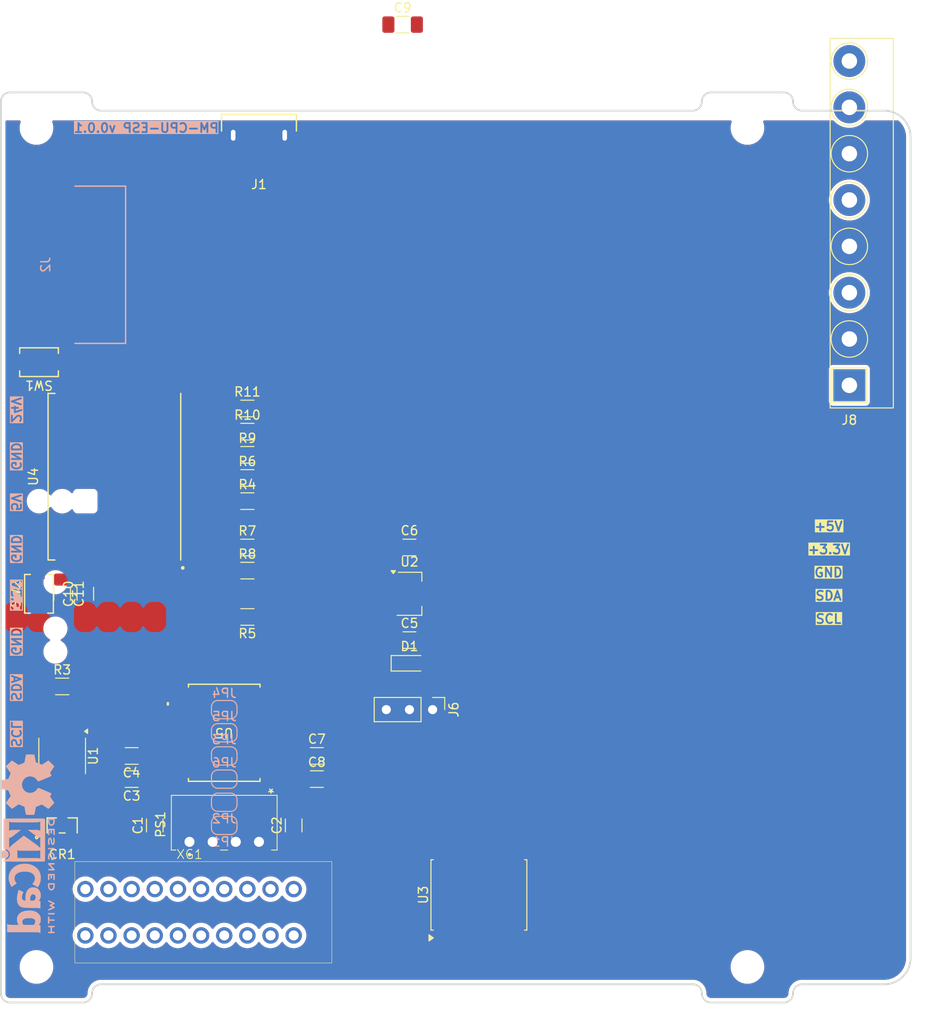
<source format=kicad_pcb>
(kicad_pcb (version 20240108) (generator "pcbnew") (generator_version "8.0")
  (title_block (title "${article} v${version}") (date "2024-07-11"))
  (layers (0 "F.Cu" signal) (31 "B.Cu" signal) (34 "B.Paste" user) (35 "F.Paste" user) (36 "B.SilkS" user "B.Silkscreen") (37 "F.SilkS" user "F.Silkscreen") (38 "B.Mask" user) (39 "F.Mask" user) (44 "Edge.Cuts" user))
  (property "article" "PM-CPU-ESP")
  (property "version" "0.0.1")
  (net 0 "")
  (net 1 "GND")
  (net 2 "+5V")
  (net 3 "+3.3V")
  (net 4 "+5V_ISO")
  (net 5 "GND_ISO")
  (net 6 "/SCL")
  (net 10 "Net-(J6-Pin_3)")
  (net 11 "+3.3V_ISO")
  (net 12 "/B")
  (net 13 "/A")
  (net 14 "Net-(J1-VBUS)")
  (net 15 "/USB_D-")
  (net 16 "/24V_IN")
  (net 17 "/SDA")
  (net 18 "/USB_D+")
  (net 20 "/UART_TX")
  (net 21 "/UART_TX_ISO")
  (net 22 "/UART_RX_ISO")
  (net 23 "/UART_RX")
  (net 24 "/UART_RTS_ISO")
  (net 25 "/UART_RTS")
  (net 29 "PE")
  (net 31 "/EN")
  (net 32 "/CS3")
  (net 33 "Net-(R5-Pad2)")
  (net 34 "/CS2")
  (net 35 "/CS1")
  (net 36 "/CS0")
  (net 37 "/SCK")
  (net 38 "/MISO")
  (net 39 "/MOSI")
  (net 40 "/INT")
  (footprint "Capacitor_SMD:C_1206_3216Metric_Pad1.33x1.80mm_HandSolder" (layer "F.Cu") (at 39.36 95.08 90)
    (property "Reference" "C10" (at 0 -1.85 90) (layer "F.SilkS"))
    (property "Value" "10uF")
    (pad "1" smd roundrect (at -1.5625 0 90) (size 1.325 1.8) (layers "F.Cu" "F.Paste" "F.Mask") (roundrect_rratio 0.188679) (net 1 "GND"))
    (pad "2" smd roundrect (at 1.5625 0 90) (size 1.325 1.8) (layers "F.Cu" "F.Paste" "F.Mask") (roundrect_rratio 0.188679) (net 3 "+3.3V"))
  )
  (footprint "kicad_inventree_lib:ESP32-C3-WROOM-02U_EXP" (layer "F.Cu") (at 42.55 82.24 90)
    (property "Reference" "U4" (at 0 -8.89 90) (layer "F.SilkS"))
    (property "Value" "ESP32-C3-WROOM-02U-N4")
    (pad "1" smd rect (at -8.75 -5.749998 90) (size 1.4986 0.889) (layers "F.Cu" "F.Paste" "F.Mask") (net 3 "+3.3V"))
    (pad "2" smd rect (at -8.75 -4.249999 90) (size 1.4986 0.889) (layers "F.Cu" "F.Paste" "F.Mask") (net 31 "/EN"))
    (pad "3" smd rect (at -8.75 -2.749999 90) (size 1.4986 0.889) (layers "F.Cu" "F.Paste" "F.Mask") (net 25 "/UART_RTS"))
    (pad "4" smd rect (at -8.75 -1.25 90) (size 1.4986 0.889) (layers "F.Cu" "F.Paste" "F.Mask") (net 6 "/SCL"))
    (pad "5" smd rect (at -8.75 0.25 90) (size 1.4986 0.889) (layers "F.Cu" "F.Paste" "F.Mask") (net 17 "/SDA"))
    (pad "6" smd rect (at -8.75 1.75 90) (size 1.4986 0.889) (layers "F.Cu" "F.Paste" "F.Mask") (net 40 "/INT"))
    (pad "7" smd rect (at -8.75 3.250002 90) (size 1.4986 0.889) (layers "F.Cu" "F.Paste" "F.Mask") (net 34 "/CS2"))
    (pad "8" smd rect (at -8.75 4.750001 90) (size 1.4986 0.889) (layers "F.Cu" "F.Paste" "F.Mask") (net 32 "/CS3"))
    (pad "9" smd rect (at -8.75 6.250001 90) (size 1.4986 0.889) (layers "F.Cu" "F.Paste" "F.Mask") (net 1 "GND"))
    (pad "10" smd rect (at 8.75 6.249998 90) (size 1.4986 0.889) (layers "F.Cu" "F.Paste" "F.Mask") (net 36 "/CS0"))
    (pad "11" smd rect (at 8.75 4.749999 90) (size 1.4986 0.889) (layers "F.Cu" "F.Paste" "F.Mask") (net 23 "/UART_RX"))
    (pad "12" smd rect (at 8.75 3.249999 90) (size 1.4986 0.889) (layers "F.Cu" "F.Paste" "F.Mask") (net 20 "/UART_TX"))
    (pad "13" smd rect (at 8.75 1.75 90) (size 1.4986 0.889) (layers "F.Cu" "F.Paste" "F.Mask") (net 15 "/USB_D-"))
    (pad "14" smd rect (at 8.75 0.25 90) (size 1.4986 0.889) (layers "F.Cu" "F.Paste" "F.Mask") (net 18 "/USB_D+"))
    (pad "15" smd rect (at 8.75 -1.25 90) (size 1.4986 0.889) (layers "F.Cu" "F.Paste" "F.Mask") (net 37 "/SCK"))
    (pad "16" smd rect (at 8.75 -2.750002 90) (size 1.4986 0.889) (layers "F.Cu" "F.Paste" "F.Mask") (net 35 "/CS1"))
    (pad "17" smd rect (at 8.75 -4.250001 90) (size 1.4986 0.889) (layers "F.Cu" "F.Paste" "F.Mask") (net 38 "/MISO"))
    (pad "18" smd rect (at 8.75 -5.750001 90) (size 1.4986 0.889) (layers "F.Cu" "F.Paste" "F.Mask") (net 39 "/MOSI"))
    (pad "EPAD" smd rect (at -0.14 -0.65 90) (size 0.7112 0.7112) (layers "F.Cu" "F.Paste" "F.Mask") (net 1 "GND"))
    (pad "EPAD" smd rect (at -0.14 0.45 90) (size 0.7112 0.7112) (layers "F.Cu" "F.Paste" "F.Mask") (net 1 "GND"))
    (pad "EPAD" smd rect (at -0.14 1.55 90) (size 0.7112 0.7112) (layers "F.Cu" "F.Paste" "F.Mask") (net 1 "GND"))
    (pad "EPAD" smd rect (at 0.96 -0.65 90) (size 0.7112 0.7112) (layers "F.Cu" "F.Paste" "F.Mask") (net 1 "GND"))
    (pad "EPAD" smd rect (at 0.96 0.45 90) (size 0.7112 0.7112) (layers "F.Cu" "F.Paste" "F.Mask") (net 1 "GND"))
    (pad "EPAD" smd rect (at 0.96 1.55 90) (size 0.7112 0.7112) (layers "F.Cu" "F.Paste" "F.Mask") (net 1 "GND"))
    (pad "EPAD" smd rect (at 2.06 -0.65 90) (size 0.7112 0.7112) (layers "F.Cu" "F.Paste" "F.Mask") (net 1 "GND"))
    (pad "EPAD" smd rect (at 2.06 0.45 90) (size 0.7112 0.7112) (layers "F.Cu" "F.Paste" "F.Mask") (net 1 "GND"))
    (pad "EPAD" smd rect (at 2.06 1.55 90) (size 0.7112 0.7112) (layers "F.Cu" "F.Paste" "F.Mask") (net 1 "GND"))
  )
  (footprint "Resistor_SMD:R_1206_3216Metric_Pad1.30x1.75mm_HandSolder" (layer "F.Cu") (at 57.14 92.54)
    (property "Reference" "R8" (at 0 -1.82 0) (layer "F.SilkS"))
    (property "Value" "3k3")
    (pad "1" smd roundrect (at -1.55 0) (size 1.3 1.75) (layers "F.Cu" "F.Paste" "F.Mask") (roundrect_rratio 0.192308) (net 3 "+3.3V"))
    (pad "2" smd roundrect (at 1.55 0) (size 1.3 1.75) (layers "F.Cu" "F.Paste" "F.Mask") (roundrect_rratio 0.192308) (net 6 "/SCL"))
  )
  (footprint "Capacitor_SMD:C_1206_3216Metric_Pad1.33x1.80mm_HandSolder" (layer "F.Cu") (at 46.98 120.48 90)
    (property "Reference" "C1" (at 0 -1.85 90) (layer "F.SilkS"))
    (property "Value" "10uF")
    (pad "1" smd roundrect (at -1.5625 0 90) (size 1.325 1.8) (layers "F.Cu" "F.Paste" "F.Mask") (roundrect_rratio 0.188679) (net 4 "+5V_ISO"))
    (pad "2" smd roundrect (at 1.5625 0 90) (size 1.325 1.8) (layers "F.Cu" "F.Paste" "F.Mask") (roundrect_rratio 0.188679) (net 5 "GND_ISO"))
  )
  (footprint "MountingHole:MountingHole_3.2mm_M3" (layer "F.Cu") (at 34 136)
    (property "Reference" "H4" (hide yes))
    (property "Value" "MountingHole" (hide yes))
    (pad "" np_thru_hole circle (at 0 0) (size 3.2 3.2) (drill 3.2) (layers "*.Cu" "*.Mask"))
  )
  (footprint "Package_SO:SOIC-16W_7.5x10.3mm_P1.27mm" (layer "F.Cu") (at 82.54 128.1 90)
    (property "Reference" "U3" (at 0 -6.1 90) (layer "F.SilkS"))
    (property "Value" "DS3231")
    (pad "1" smd roundrect (at -4.65 -4.445 90) (size 2.05 0.6) (layers "F.Cu" "F.Paste" "F.Mask"))
    (pad "2" smd roundrect (at -4.65 -3.175 90) (size 2.05 0.6) (layers "F.Cu" "F.Paste" "F.Mask") (net 2 "+5V"))
    (pad "3" smd roundrect (at -4.65 -1.905 90) (size 2.05 0.6) (layers "F.Cu" "F.Paste" "F.Mask"))
    (pad "4" smd roundrect (at -4.65 -0.635 90) (size 2.05 0.6) (layers "F.Cu" "F.Paste" "F.Mask"))
    (pad "5" smd roundrect (at -4.65 0.635 90) (size 2.05 0.6) (layers "F.Cu" "F.Paste" "F.Mask") (net 1 "GND"))
    (pad "6" smd roundrect (at -4.65 1.905 90) (size 2.05 0.6) (layers "F.Cu" "F.Paste" "F.Mask") (net 1 "GND"))
    (pad "7" smd roundrect (at -4.65 3.175 90) (size 2.05 0.6) (layers "F.Cu" "F.Paste" "F.Mask") (net 1 "GND"))
    (pad "8" smd roundrect (at -4.65 4.445 90) (size 2.05 0.6) (layers "F.Cu" "F.Paste" "F.Mask") (net 1 "GND"))
    (pad "9" smd roundrect (at 4.65 4.445 90) (size 2.05 0.6) (layers "F.Cu" "F.Paste" "F.Mask") (net 1 "GND"))
    (pad "10" smd roundrect (at 4.65 3.175 90) (size 2.05 0.6) (layers "F.Cu" "F.Paste" "F.Mask") (net 1 "GND"))
    (pad "11" smd roundrect (at 4.65 1.905 90) (size 2.05 0.6) (layers "F.Cu" "F.Paste" "F.Mask") (net 1 "GND"))
    (pad "12" smd roundrect (at 4.65 0.635 90) (size 2.05 0.6) (layers "F.Cu" "F.Paste" "F.Mask") (net 1 "GND"))
    (pad "13" smd roundrect (at 4.65 -0.635 90) (size 2.05 0.6) (layers "F.Cu" "F.Paste" "F.Mask") (net 1 "GND"))
    (pad "14" smd roundrect (at 4.65 -1.905 90) (size 2.05 0.6) (layers "F.Cu" "F.Paste" "F.Mask"))
    (pad "15" smd roundrect (at 4.65 -3.175 90) (size 2.05 0.6) (layers "F.Cu" "F.Paste" "F.Mask") (net 6 "/SCL"))
    (pad "16" smd roundrect (at 4.65 -4.445 90) (size 2.05 0.6) (layers "F.Cu" "F.Paste" "F.Mask") (net 17 "/SDA"))
  )
  (footprint "Package_TO_SOT_SMD:SOT-89-3" (layer "F.Cu") (at 74.92 95.08)
    (property "Reference" "U2" (at 0 -3.5 0) (layer "F.SilkS"))
    (property "Value" "CJA1117B-3.3")
    (pad "1" smd roundrect (at -1.95 -1.5) (size 1.3 0.9) (layers "F.Cu" "F.Paste" "F.Mask") (net 1 "GND"))
    (pad "2" smd custom (at -1.8625 0) (size 1.475 0.9) (layers "F.Cu" "F.Paste" "F.Mask") (net 3 "+3.3V") (options (clearance outline) (anchor rect)) (primitives (gr_poly (pts (xy 3.8625 0.8665) (xy 0.7375 0.8665) (xy 0.7375 -0.8665) (xy 3.8625 -0.8665)) (width 0) (fill yes))))
    (pad "3" smd roundrect (at -1.95 1.5) (size 1.3 0.9) (layers "F.Cu" "F.Paste" "F.Mask") (net 2 "+5V"))
  )
  (footprint "kicad_inventree_lib:DG141R-2.54-10P" (layer "F.Cu") (at 38.46 135.565)
    (property "Reference" "XG1" (at 12.33 -11.91 0) (layer "F.SilkS") (effects (font (thickness 0.1))))
    (property "Value" "DG141R-2.54-10P" (hide yes))
    (pad "1" thru_hole circle (at 0.9 -8.1) (size 1.8 1.8) (drill 1.1) (layers "*.Cu" "*.Mask") (net 4 "+5V_ISO"))
    (pad "1" thru_hole circle (at 0.9 -3.02) (size 1.8 1.8) (drill 1.1) (layers "*.Cu" "*.Mask") (net 4 "+5V_ISO"))
    (pad "2" thru_hole circle (at 3.44 -8.1) (size 1.8 1.8) (drill 1.1) (layers "*.Cu" "*.Mask") (net 5 "GND_ISO"))
    (pad "2" thru_hole circle (at 3.44 -3.02) (size 1.8 1.8) (drill 1.1) (layers "*.Cu" "*.Mask") (net 5 "GND_ISO"))
    (pad "3" thru_hole circle (at 5.98 -8.1) (size 1.8 1.8) (drill 1.1) (layers "*.Cu" "*.Mask") (net 13 "/A"))
    (pad "4" thru_hole circle (at 8.52 -8.1) (size 1.8 1.8) (drill 1.1) (layers "*.Cu" "*.Mask") (net 12 "/B"))
    (pad "5" thru_hole circle (at 11.06 -8.1) (size 1.8 1.8) (drill 1.1) (layers "*.Cu" "*.Mask") (net 29 "PE"))
    (pad "5" thru_hole circle (at 11.06 -3.02) (size 1.8 1.8) (drill 1.1) (layers "*.Cu" "*.Mask") (net 29 "PE"))
    (pad "6" thru_hole circle (at 13.6 -8.1) (size 1.8 1.8) (drill 1.1) (layers "*.Cu" "*.Mask") (net 4 "+5V_ISO"))
    (pad "6" thru_hole circle (at 13.6 -3.02) (size 1.8 1.8) (drill 1.1) (layers "*.Cu" "*.Mask") (net 4 "+5V_ISO"))
    (pad "7" thru_hole circle (at 16.14 -8.1) (size 1.8 1.8) (drill 1.1) (layers "*.Cu" "*.Mask") (net 5 "GND_ISO"))
    (pad "7" thru_hole circle (at 16.14 -3.02) (size 1.8 1.8) (drill 1.1) (layers "*.Cu" "*.Mask") (net 5 "GND_ISO"))
    (pad "8" thru_hole circle (at 18.68 -8.1) (size 1.8 1.8) (drill 1.1) (layers "*.Cu" "*.Mask") (net 13 "/A"))
    (pad "9" thru_hole circle (at 21.22 -8.1) (size 1.8 1.8) (drill 1.1) (layers "*.Cu" "*.Mask") (net 12 "/B"))
    (pad "10" thru_hole circle (at 23.76 -8.1) (size 1.8 1.8) (drill 1.1) (layers "*.Cu" "*.Mask") (net 29 "PE"))
    (pad "10" thru_hole circle (at 23.76 -3.02) (size 1.8 1.8) (drill 1.1) (layers "*.Cu" "*.Mask") (net 29 "PE"))
    (pad "13" thru_hole circle (at 5.98 -3.02) (size 1.8 1.8) (drill 1.1) (layers "*.Cu" "*.Mask"))
    (pad "14" thru_hole circle (at 8.52 -3.02) (size 1.8 1.8) (drill 1.1) (layers "*.Cu" "*.Mask"))
    (pad "18" thru_hole circle (at 18.68 -3.02) (size 1.8 1.8) (drill 1.1) (layers "*.Cu" "*.Mask"))
    (pad "19" thru_hole circle (at 21.22 -3.02) (size 1.8 1.8) (drill 1.1) (layers "*.Cu" "*.Mask"))
  )
  (footprint "kicad_inventree_lib:B0505S1WR3" (layer "F.Cu") (at 50.79 122.28)
    (property "Reference" "PS1" (at -3.175 -1.905 90) (layer "F.SilkS"))
    (property "Value" "B0505S-1WR3" (hide yes))
    (pad "1" thru_hole circle (at 0 0) (size 1.65 1.65) (drill 1.1) (layers "*.Cu" "*.Mask") (net 4 "+5V_ISO"))
    (pad "2" thru_hole circle (at 2.54 0) (size 1.65 1.65) (drill 1.1) (layers "*.Cu" "*.Mask") (net 5 "GND_ISO"))
    (pad "3" thru_hole circle (at 5.08 0) (size 1.65 1.65) (drill 1.1) (layers "*.Cu" "*.Mask") (net 1 "GND"))
    (pad "4" thru_hole circle (at 7.62 0) (size 1.65 1.65) (drill 1.1) (layers "*.Cu" "*.Mask") (net 10 "Net-(J6-Pin_3)"))
  )
  (footprint "Resistor_SMD:R_1206_3216Metric_Pad1.30x1.75mm_HandSolder" (layer "F.Cu") (at 57.14 82.38)
    (property "Reference" "R6" (at 0 -1.82 0) (layer "F.SilkS"))
    (property "Value" "10k")
    (pad "1" smd roundrect (at -1.55 0) (size 1.3 1.75) (layers "F.Cu" "F.Paste" "F.Mask") (roundrect_rratio 0.192308) (net 3 "+3.3V"))
    (pad "2" smd roundrect (at 1.55 0) (size 1.3 1.75) (layers "F.Cu" "F.Paste" "F.Mask") (roundrect_rratio 0.192308) (net 34 "/CS2"))
  )
  (footprint "MountingHole:MountingHole_3.2mm_M3" (layer "F.Cu") (at 112 136)
    (property "Reference" "H3" (hide yes))
    (property "Value" "MountingHole" (hide yes))
    (pad "" np_thru_hole circle (at 0 0) (size 3.2 3.2) (drill 3.2) (layers "*.Cu" "*.Mask"))
  )
  (footprint "Capacitor_SMD:C_1206_3216Metric_Pad1.33x1.80mm_HandSolder" (layer "F.Cu") (at 64.76 115.4)
    (property "Reference" "C8" (at 0 -1.85 360) (layer "F.SilkS"))
    (property "Value" "100nF")
    (pad "1" smd roundrect (at -1.5625 0) (size 1.325 1.8) (layers "F.Cu" "F.Paste" "F.Mask") (roundrect_rratio 0.188679) (net 3 "+3.3V"))
    (pad "2" smd roundrect (at 1.5625 0) (size 1.325 1.8) (layers "F.Cu" "F.Paste" "F.Mask") (roundrect_rratio 0.188679) (net 1 "GND"))
  )
  (footprint "Resistor_SMD:R_1206_3216Metric_Pad1.30x1.75mm_HandSolder" (layer "F.Cu") (at 57.14 79.84)
    (property "Reference" "R9" (at 0 -1.82 0) (layer "F.SilkS"))
    (property "Value" "10k")
    (pad "1" smd roundrect (at -1.55 0) (size 1.3 1.75) (layers "F.Cu" "F.Paste" "F.Mask") (roundrect_rratio 0.192308) (net 3 "+3.3V"))
    (pad "2" smd roundrect (at 1.55 0) (size 1.3 1.75) (layers "F.Cu" "F.Paste" "F.Mask") (roundrect_rratio 0.192308) (net 31 "/EN"))
  )
  (footprint "kicad_inventree_lib:SOT23-3_LTF-M" (layer "F.Cu") (at 36.82 120.48)
    (property "Reference" "CR1" (at 0 3.175 0) (layer "F.SilkS"))
    (property "Value" "SM712")
    (pad "1" smd rect (at -0.950001 1.1049) (size 0.6096 1.5494) (layers "F.Cu" "F.Paste" "F.Mask") (net 13 "/A"))
    (pad "2" smd rect (at 0.950001 1.1049) (size 0.6096 1.5494) (layers "F.Cu" "F.Paste" "F.Mask") (net 12 "/B"))
    (pad "3" smd rect (at 0 -1.1049) (size 0.6096 1.5494) (layers "F.Cu" "F.Paste" "F.Mask") (net 5 "GND_ISO"))
  )
  (footprint "kicad_inventree_lib:SOIC16-WBW_CLG-M" (layer "F.Cu") (at 54.6 110.32 180)
    (property "Reference" "U5" (at 0 0 180) (layer "F.SilkS"))
    (property "Value" "CA-IS3641HW")
    (fp_text user "*" (at -5.1308 -6.0706 180) (layer "F.SilkS"))
    (pad "1" smd rect (at -4.8768 -4.445 180) (size 1.8542 0.4826) (layers "F.Cu" "F.Paste" "F.Mask") (net 3 "+3.3V"))
    (pad "2" smd rect (at -4.8768 -3.175 180) (size 1.8542 0.4826) (layers "F.Cu" "F.Paste" "F.Mask") (net 1 "GND"))
    (pad "3" smd rect (at -4.8768 -1.905 180) (size 1.8542 0.4826) (layers "F.Cu" "F.Paste" "F.Mask") (net 20 "/UART_TX"))
    (pad "4" smd rect (at -4.8768 -0.635 180) (size 1.8542 0.4826) (layers "F.Cu" "F.Paste" "F.Mask") (net 25 "/UART_RTS"))
    (pad "5" smd rect (at -4.8768 0.635 180) (size 1.8542 0.4826) (layers "F.Cu" "F.Paste" "F.Mask"))
    (pad "6" smd rect (at -4.8768 1.905 180) (size 1.8542 0.4826) (layers "F.Cu" "F.Paste" "F.Mask") (net 23 "/UART_RX"))
    (pad "7" smd rect (at -4.8768 3.175 180) (size 1.8542 0.4826) (layers "F.Cu" "F.Paste" "F.Mask"))
    (pad "8" smd rect (at -4.8768 4.445 180) (size 1.8542 0.4826) (layers "F.Cu" "F.Paste" "F.Mask") (net 1 "GND"))
    (pad "9" smd rect (at 4.8768 4.445 180) (size 1.8542 0.4826) (layers "F.Cu" "F.Paste" "F.Mask") (net 5 "GND_ISO"))
    (pad "10" smd rect (at 4.8768 3.175 180) (size 1.8542 0.4826) (layers "F.Cu" "F.Paste" "F.Mask") (net 5 "GND_ISO"))
    (pad "11" smd rect (at 4.8768 1.905 180) (size 1.8542 0.4826) (layers "F.Cu" "F.Paste" "F.Mask") (net 22 "/UART_RX_ISO"))
    (pad "12" smd rect (at 4.8768 0.635 180) (size 1.8542 0.4826) (layers "F.Cu" "F.Paste" "F.Mask"))
    (pad "13" smd rect (at 4.8768 -0.635 180) (size 1.8542 0.4826) (layers "F.Cu" "F.Paste" "F.Mask") (net 24 "/UART_RTS_ISO"))
    (pad "14" smd rect (at 4.8768 -1.905 180) (size 1.8542 0.4826) (layers "F.Cu" "F.Paste" "F.Mask") (net 21 "/UART_TX_ISO"))
    (pad "15" smd rect (at 4.8768 -3.175 180) (size 1.8542 0.4826) (layers "F.Cu" "F.Paste" "F.Mask") (net 5 "GND_ISO"))
    (pad "16" smd rect (at 4.8768 -4.445 180) (size 1.8542 0.4826) (layers "F.Cu" "F.Paste" "F.Mask") (net 11 "+3.3V_ISO"))
  )
  (footprint "MountingHole:MountingHole_3.2mm_M3" (layer "F.Cu") (at 34 44)
    (property "Reference" "H1" (hide yes))
    (property "Value" "MountingHole" (hide yes))
    (pad "" np_thru_hole circle (at 0 0) (size 3.2 3.2) (drill 3.2) (layers "*.Cu" "*.Mask"))
  )
  (footprint "Diode_SMD:D_SOD-323_HandSoldering" (layer "F.Cu") (at 74.92 102.7)
    (property "Reference" "D1" (at 0 -1.85 0) (layer "F.SilkS"))
    (property "Value" "5A 9.8V 6V")
    (pad "1" smd roundrect (at -1.25 0) (size 1 1) (layers "F.Cu" "F.Paste" "F.Mask") (net 2 "+5V"))
    (pad "2" smd roundrect (at 1.25 0) (size 1 1) (layers "F.Cu" "F.Paste" "F.Mask") (net 1 "GND"))
  )
  (footprint "Resistor_SMD:R_1206_3216Metric_Pad1.30x1.75mm_HandSolder" (layer "F.Cu") (at 57.14 90)
    (property "Reference" "R7" (at 0 -1.82 0) (layer "F.SilkS"))
    (property "Value" "3k3")
    (pad "1" smd roundrect (at -1.55 0) (size 1.3 1.75) (layers "F.Cu" "F.Paste" "F.Mask") (roundrect_rratio 0.192308) (net 3 "+3.3V"))
    (pad "2" smd roundrect (at 1.55 0) (size 1.3 1.75) (layers "F.Cu" "F.Paste" "F.Mask") (roundrect_rratio 0.192308) (net 17 "/SDA"))
  )
  (footprint "Package_SO:SOIC-8_3.9x4.9mm_P1.27mm" (layer "F.Cu") (at 36.82 112.86 -90)
    (property "Reference" "U1" (at 0 -3.4 90) (layer "F.SilkS"))
    (property "Value" "MAX3485")
    (pad "1" smd roundrect (at -2.475 -1.905 270) (size 1.95 0.6) (layers "F.Cu" "F.Paste" "F.Mask") (net 22 "/UART_RX_ISO"))
    (pad "2" smd roundrect (at -2.475 -0.635 270) (size 1.95 0.6) (layers "F.Cu" "F.Paste" "F.Mask") (net 24 "/UART_RTS_ISO"))
    (pad "3" smd roundrect (at -2.475 0.635 270) (size 1.95 0.6) (layers "F.Cu" "F.Paste" "F.Mask") (net 24 "/UART_RTS_ISO"))
    (pad "4" smd roundrect (at -2.475 1.905 270) (size 1.95 0.6) (layers "F.Cu" "F.Paste" "F.Mask") (net 21 "/UART_TX_ISO"))
    (pad "5" smd roundrect (at 2.475 1.905 270) (size 1.95 0.6) (layers "F.Cu" "F.Paste" "F.Mask") (net 5 "GND_ISO"))
    (pad "6" smd roundrect (at 2.475 0.635 270) (size 1.95 0.6) (layers "F.Cu" "F.Paste" "F.Mask") (net 13 "/A"))
    (pad "7" smd roundrect (at 2.475 -0.635 270) (size 1.95 0.6) (layers "F.Cu" "F.Paste" "F.Mask") (net 12 "/B"))
    (pad "8" smd roundrect (at 2.475 -1.905 270) (size 1.95 0.6) (layers "F.Cu" "F.Paste" "F.Mask") (net 11 "+3.3V_ISO"))
  )
  (footprint "Capacitor_SMD:C_1206_3216Metric_Pad1.33x1.80mm_HandSolder" (layer "F.Cu") (at 36.82 95.08 -90)
    (property "Reference" "C11" (at 0 -1.85 90) (layer "F.SilkS"))
    (property "Value" "1uF")
    (pad "1" smd roundrect (at -1.5625 0 270) (size 1.325 1.8) (layers "F.Cu" "F.Paste" "F.Mask") (roundrect_rratio 0.188679) (net 3 "+3.3V"))
    (pad "2" smd roundrect (at 1.5625 0 270) (size 1.325 1.8) (layers "F.Cu" "F.Paste" "F.Mask") (roundrect_rratio 0.188679) (net 1 "GND"))
  )
  (footprint "Capacitor_SMD:C_1206_3216Metric_Pad1.33x1.80mm_HandSolder" (layer "F.Cu") (at 44.44 115.4 180)
    (property "Reference" "C3" (at 0 -1.85 360) (layer "F.SilkS"))
    (property "Value" "10uF")
    (pad "1" smd roundrect (at -1.5625 0 180) (size 1.325 1.8) (layers "F.Cu" "F.Paste" "F.Mask") (roundrect_rratio 0.188679) (net 11 "+3.3V_ISO"))
    (pad "2" smd roundrect (at 1.5625 0 180) (size 1.325 1.8) (layers "F.Cu" "F.Paste" "F.Mask") (roundrect_rratio 0.188679) (net 5 "GND_ISO"))
  )
  (footprint "Capacitor_SMD:C_1206_3216Metric_Pad1.33x1.80mm_HandSolder" (layer "F.Cu") (at 64.76 112.86)
    (property "Reference" "C7" (at 0 -1.85 360) (layer "F.SilkS"))
    (property "Value" "10uF")
    (pad "1" smd roundrect (at -1.5625 0) (size 1.325 1.8) (layers "F.Cu" "F.Paste" "F.Mask") (roundrect_rratio 0.188679) (net 3 "+3.3V"))
    (pad "2" smd roundrect (at 1.5625 0) (size 1.325 1.8) (layers "F.Cu" "F.Paste" "F.Mask") (roundrect_rratio 0.188679) (net 1 "GND"))
  )
  (footprint "Resistor_SMD:R_1206_3216Metric_Pad1.30x1.75mm_HandSolder" (layer "F.Cu") (at 36.82 105.24)
    (property "Reference" "R3" (at 0 -1.82 360) (layer "F.SilkS"))
    (property "Value" "10k")
    (pad "1" smd roundrect (at -1.55 0) (size 1.3 1.75) (layers "F.Cu" "F.Paste" "F.Mask") (roundrect_rratio 0.192308) (net 24 "/UART_RTS_ISO"))
    (pad "2" smd roundrect (at 1.55 0) (size 1.3 1.75) (layers "F.Cu" "F.Paste" "F.Mask") (roundrect_rratio 0.192308) (net 5 "GND_ISO"))
  )
  (footprint "Resistor_SMD:R_1206_3216Metric_Pad1.30x1.75mm_HandSolder" (layer "F.Cu") (at 57.14 84.92)
    (property "Reference" "R4" (at 0 -1.82 0) (layer "F.SilkS"))
    (property "Value" "10k")
    (pad "1" smd roundrect (at -1.55 0) (size 1.3 1.75) (layers "F.Cu" "F.Paste" "F.Mask") (roundrect_rratio 0.192308) (net 3 "+3.3V"))
    (pad "2" smd roundrect (at 1.55 0) (size 1.3 1.75) (layers "F.Cu" "F.Paste" "F.Mask") (roundrect_rratio 0.192308) (net 32 "/CS3"))
  )
  (footprint "Capacitor_SMD:C_1206_3216Metric_Pad1.33x1.80mm_HandSolder" (layer "F.Cu") (at 74.1718 32.664702)
    (property "Reference" "C9" (at 0 -1.85 0) (layer "F.SilkS"))
    (property "Value" "1uF")
    (pad "1" smd roundrect (at -1.5625 0) (size 1.325 1.8) (layers "F.Cu" "F.Paste" "F.Mask") (roundrect_rratio 0.188679) (net 31 "/EN"))
    (pad "2" smd roundrect (at 1.5625 0) (size 1.325 1.8) (layers "F.Cu" "F.Paste" "F.Mask") (roundrect_rratio 0.188679) (net 1 "GND"))
  )
  (footprint "Connector_PinHeader_2.54mm:PinHeader_1x03_P2.54mm_Vertical" (layer "F.Cu") (at 77.46 107.78 -90)
    (property "Reference" "J6" (at 0 -2.33 90) (layer "F.SilkS"))
    (property "Value" "PinHeader_01x03_P2.54_THT_straight")
    (pad "1" thru_hole rect (at 0 0 270) (size 1.7 1.7) (drill 1) (layers "*.Cu" "*.Mask") (net 14 "Net-(J1-VBUS)"))
    (pad "2" thru_hole oval (at 0 2.54 270) (size 1.7 1.7) (drill 1) (layers "*.Cu" "*.Mask") (net 2 "+5V"))
    (pad "3" thru_hole oval (at 0 5.08 270) (size 1.7 1.7) (drill 1) (layers "*.Cu" "*.Mask") (net 10 "Net-(J6-Pin_3)"))
  )
  (footprint "kicad_inventree_lib:CONN5_H83-S1S_XKB" (layer "F.Cu") (at 59.709972 47.65185 180)
    (property "Reference" "J1" (at 1.299972 -2.54 360) (layer "F.SilkS"))
    (property "Value" "U254-051T-4BH83-S1S")
    (pad "1" smd rect (at 0 0.178892 180) (size 0.4064 1.35) (layers "F.Cu" "F.Paste" "F.Mask") (net 14 "Net-(J1-VBUS)"))
    (pad "2" smd rect (at 0.649986 0.178892 180) (size 0.4064 1.35) (layers "F.Cu" "F.Paste" "F.Mask") (net 15 "/USB_D-"))
    (pad "3" smd rect (at 1.299972 0.178892 180) (size 0.4064 1.35) (layers "F.Cu" "F.Paste" "F.Mask") (net 18 "/USB_D+"))
    (pad "4" smd rect (at 1.949958 0.178892 180) (size 0.4064 1.35) (layers "F.Cu" "F.Paste" "F.Mask"))
    (pad "5" smd rect (at -1.800027 0.304 180) (size 2.1082 1.6002) (layers "F.Cu" "F.Paste" "F.Mask") (net 1 "GND"))
    (pad "5" thru_hole oval (at -1.525029 2.854008 270) (size 1.7 1) (drill oval 1.2 0.5) (layers "*.Cu" "*.Mask") (net 1 "GND"))
    (pad "5" smd rect (at 2.599944 0.178892 180) (size 0.4064 1.35) (layers "F.Cu" "F.Paste" "F.Mask") (net 1 "GND"))
    (pad "5" thru_hole oval (at 4.124973 2.854008 270) (size 1.7 1) (drill oval 1.2 0.5) (layers "*.Cu" "*.Mask") (net 1 "GND"))
    (pad "5" smd rect (at 4.399971 0.304 180) (size 2.1082 1.6002) (layers "F.Cu" "F.Paste" "F.Mask") (net 1 "GND"))
  )
  (footprint "Capacitor_SMD:C_1206_3216Metric_Pad1.33x1.80mm_HandSolder" (layer "F.Cu") (at 62.22 120.48 90)
    (property "Reference" "C2" (at 0 -1.85 90) (layer "F.SilkS"))
    (property "Value" "10uF")
    (pad "1" smd roundrect (at -1.5625 0 90) (size 1.325 1.8) (layers "F.Cu" "F.Paste" "F.Mask") (roundrect_rratio 0.188679) (net 10 "Net-(J6-Pin_3)"))
    (pad "2" smd roundrect (at 1.5625 0 90) (size 1.325 1.8) (layers "F.Cu" "F.Paste" "F.Mask") (roundrect_rratio 0.188679) (net 1 "GND"))
  )
  (footprint "Resistor_SMD:R_1206_3216Metric_Pad1.30x1.75mm_HandSolder" (layer "F.Cu") (at 57.14 97.62 180)
    (property "Reference" "R5" (at 0 -1.82 360) (layer "F.SilkS"))
    (property "Value" "330R")
    (pad "1" smd roundrect (at -1.55 0 180) (size 1.3 1.75) (layers "F.Cu" "F.Paste" "F.Mask") (roundrect_rratio 0.192308) (net 32 "/CS3"))
    (pad "2" smd roundrect (at 1.55 0 180) (size 1.3 1.75) (layers "F.Cu" "F.Paste" "F.Mask") (roundrect_rratio 0.192308) (net 33 "Net-(R5-Pad2)"))
  )
  (footprint "Capacitor_SMD:C_1206_3216Metric_Pad1.33x1.80mm_HandSolder" (layer "F.Cu") (at 44.44 112.86 180)
    (property "Reference" "C4" (at 0 -1.85 360) (layer "F.SilkS"))
    (property "Value" "100nF")
    (pad "1" smd roundrect (at -1.5625 0 180) (size 1.325 1.8) (layers "F.Cu" "F.Paste" "F.Mask") (roundrect_rratio 0.188679) (net 11 "+3.3V_ISO"))
    (pad "2" smd roundrect (at 1.5625 0 180) (size 1.325 1.8) (layers "F.Cu" "F.Paste" "F.Mask") (roundrect_rratio 0.188679) (net 5 "GND_ISO"))
  )
  (footprint "MountingHole:MountingHole_3.2mm_M3" (layer "F.Cu") (at 112 44)
    (property "Reference" "H2" (hide yes))
    (property "Value" "MountingHole" (hide yes))
    (pad "" np_thru_hole circle (at 0 0) (size 3.2 3.2) (drill 3.2) (layers "*.Cu" "*.Mask"))
  )
  (footprint "Resistor_SMD:R_1206_3216Metric_Pad1.30x1.75mm_HandSolder" (layer "F.Cu") (at 57.14 74.76)
    (property "Reference" "R11" (at 0 -1.82 0) (layer "F.SilkS"))
    (property "Value" "10k")
    (pad "1" smd roundrect (at -1.55 0) (size 1.3 1.75) (layers "F.Cu" "F.Paste" "F.Mask") (roundrect_rratio 0.192308) (net 3 "+3.3V"))
    (pad "2" smd roundrect (at 1.55 0) (size 1.3 1.75) (layers "F.Cu" "F.Paste" "F.Mask") (roundrect_rratio 0.192308) (net 36 "/CS0"))
  )
  (footprint "Resistor_SMD:R_1206_3216Metric_Pad1.30x1.75mm_HandSolder" (layer "F.Cu") (at 57.14 77.3)
    (property "Reference" "R10" (at 0 -1.82 0) (layer "F.SilkS"))
    (property "Value" "10k")
    (pad "1" smd roundrect (at -1.55 0) (size 1.3 1.75) (layers "F.Cu" "F.Paste" "F.Mask") (roundrect_rratio 0.192308) (net 3 "+3.3V"))
    (pad "2" smd roundrect (at 1.55 0) (size 1.3 1.75) (layers "F.Cu" "F.Paste" "F.Mask") (roundrect_rratio 0.192308) (net 35 "/CS1"))
  )
  (footprint "kicad_inventree_lib:SW_TS-1088_XNP-M" (layer "F.Cu") (at 34.28 69.68 180)
    (property "Reference" "SW1" (at 0 -2.54 180) (layer "F.SilkS"))
    (property "Value" "Button")
    (pad "1" smd rect (at -2.286 0 180) (size 1.3462 1.2446) (layers "F.Cu" "F.Paste" "F.Mask") (net 1 "GND"))
    (pad "2" smd rect (at 2.286 0 180) (size 1.3462 1.2446) (layers "F.Cu" "F.Paste" "F.Mask") (net 33 "Net-(R5-Pad2)"))
  )
  (footprint "Capacitor_SMD:C_1206_3216Metric_Pad1.33x1.80mm_HandSolder" (layer "F.Cu") (at 74.92 90)
    (property "Reference" "C6" (at 0 -1.85 0) (layer "F.SilkS"))
    (property "Value" "22uF")
    (pad "1" smd roundrect (at -1.5625 0) (size 1.325 1.8) (layers "F.Cu" "F.Paste" "F.Mask") (roundrect_rratio 0.188679) (net 3 "+3.3V"))
    (pad "2" smd roundrect (at 1.5625 0) (size 1.325 1.8) (layers "F.Cu" "F.Paste" "F.Mask") (roundrect_rratio 0.188679) (net 1 "GND"))
  )
  (footprint "kicad_inventree_lib:SW_TS-1088_XNP-M" (layer "F.Cu") (at 34.28 95.08 90)
    (property "Reference" "SW2" (at 0 -2.54 90) (layer "F.SilkS"))
    (property "Value" "Button")
    (pad "1" smd rect (at -2.286 0 90) (size 1.3462 1.2446) (layers "F.Cu" "F.Paste" "F.Mask") (net 1 "GND"))
    (pad "2" smd rect (at 2.286 0 90) (size 1.3462 1.2446) (layers "F.Cu" "F.Paste" "F.Mask") (net 31 "/EN"))
  )
  (footprint "Capacitor_SMD:C_1206_3216Metric_Pad1.33x1.80mm_HandSolder" (layer "F.Cu") (at 74.92 100.16)
    (property "Reference" "C5" (at 0 -1.85 360) (layer "F.SilkS"))
    (property "Value" "10uF")
    (pad "1" smd roundrect (at -1.5625 0) (size 1.325 1.8) (layers "F.Cu" "F.Paste" "F.Mask") (roundrect_rratio 0.188679) (net 2 "+5V"))
    (pad "2" smd roundrect (at 1.5625 0) (size 1.325 1.8) (layers "F.Cu" "F.Paste" "F.Mask") (roundrect_rratio 0.188679) (net 1 "GND"))
  )
  (footprint "kicad_inventree_lib:Degson_2EDGR-5.08-08P" (layer "F.Cu") (at 123.18 72.22 90)
    (property "Reference" "J8" (at -3.81 0 360) (layer "F.SilkS"))
    (property "Value" "2EDGR-5.08-08P")
    (pad "1" thru_hole rect (at 0 0 90) (size 3.5 3.5) (drill 1.7) (layers "*.Cu" "*.Mask") (net 16 "/24V_IN"))
    (pad "2" thru_hole circle (at 5.08 0 90) (size 3.5 3.5) (drill 1.7) (layers "*.Cu" "*.Mask") (net 1 "GND"))
    (pad "3" thru_hole circle (at 10.16 0 90) (size 3.5 3.5) (drill 1.7) (layers "*.Cu" "*.Mask") (net 2 "+5V"))
    (pad "4" thru_hole circle (at 15.24 0 90) (size 3.5 3.5) (drill 1.7) (layers "*.Cu" "*.Mask") (net 1 "GND"))
    (pad "5" thru_hole circle (at 20.32 0 90) (size 3.5 3.5) (drill 1.7) (layers "*.Cu" "*.Mask") (net 3 "+3.3V"))
    (pad "6" thru_hole circle (at 25.4 0 90) (size 3.5 3.5) (drill 1.7) (layers "*.Cu" "*.Mask") (net 1 "GND"))
    (pad "7" thru_hole circle (at 30.48 0 90) (size 3.5 3.5) (drill 1.7) (layers "*.Cu" "*.Mask") (net 17 "/SDA"))
    (pad "8" thru_hole circle (at 35.56 0 90) (size 3.5 3.5) (drill 1.7) (layers "*.Cu" "*.Mask") (net 6 "/SCL"))
  )
  (footprint "Symbol:OSHW-Symbol_6.7x6mm_SilkScreen" (layer "B.Cu") (at 33 116 -90)
    (property "Reference" "oshw_logo" (hide yes))
    (property "Value" "OSHW-Symbol_6.7x6mm_SilkScreen" (hide yes))
  )
  (footprint "Jumper:SolderJumper-2_P1.3mm_Open_RoundedPad1.0x1.5mm" (layer "B.Cu") (at 54.6 107.78 180)
    (property "Reference" "JP4" (at 0 1.8 360) (layer "B.SilkS") (effects (justify mirror)))
    (property "Value" "SolderJumper_2_Open")
    (pad "1" smd custom (at -0.65 0 180) (size 1 0.5) (layers "B.Cu" "B.Mask") (net 23 "/UART_RX") (options (clearance outline) (anchor rect)) (primitives (gr_circle (center 0 -0.25) (end 0.5 -0.25) (width 0) (fill yes)) (gr_circle (center 0 0.25) (end 0.5 0.25) (width 0) (fill yes)) (gr_poly (pts (xy 0.5 -0.75) (xy 0 -0.75) (xy 0 0.75) (xy 0.5 0.75)) (width 0) (fill yes))))
    (pad "2" smd custom (at 0.65 0 180) (size 1 0.5) (layers "B.Cu" "B.Mask") (net 22 "/UART_RX_ISO") (options (clearance outline) (anchor rect)) (primitives (gr_circle (center 0 -0.25) (end 0.5 -0.25) (width 0) (fill yes)) (gr_circle (center 0 0.25) (end 0.5 0.25) (width 0) (fill yes)) (gr_poly (pts (xy 0 -0.75) (xy -0.5 -0.75) (xy -0.5 0.75) (xy 0 0.75)) (width 0) (fill yes))))
  )
  (footprint "Jumper:SolderJumper-2_P1.3mm_Open_RoundedPad1.0x1.5mm" (layer "B.Cu") (at 54.6 110.32 180)
    (property "Reference" "JP5" (at 0 1.8 360) (layer "B.SilkS") (effects (justify mirror)))
    (property "Value" "SolderJumper_2_Open")
    (pad "1" smd custom (at -0.65 0 180) (size 1 0.5) (layers "B.Cu" "B.Mask") (net 25 "/UART_RTS") (options (clearance outline) (anchor rect)) (primitives (gr_circle (center 0 -0.25) (end 0.5 -0.25) (width 0) (fill yes)) (gr_circle (center 0 0.25) (end 0.5 0.25) (width 0) (fill yes)) (gr_poly (pts (xy 0.5 -0.75) (xy 0 -0.75) (xy 0 0.75) (xy 0.5 0.75)) (width 0) (fill yes))))
    (pad "2" smd custom (at 0.65 0 180) (size 1 0.5) (layers "B.Cu" "B.Mask") (net 24 "/UART_RTS_ISO") (options (clearance outline) (anchor rect)) (primitives (gr_circle (center 0 -0.25) (end 0.5 -0.25) (width 0) (fill yes)) (gr_circle (center 0 0.25) (end 0.5 0.25) (width 0) (fill yes)) (gr_poly (pts (xy 0 -0.75) (xy -0.5 -0.75) (xy -0.5 0.75) (xy 0 0.75)) (width 0) (fill yes))))
  )
  (footprint "Jumper:SolderJumper-2_P1.3mm_Open_RoundedPad1.0x1.5mm" (layer "B.Cu") (at 54.6 117.94)
    (property "Reference" "JP2" (at 0 1.8 360) (layer "B.SilkS") (effects (justify mirror)))
    (property "Value" "SolderJumper_2_Open")
    (pad "1" smd custom (at -0.65 0) (size 1 0.5) (layers "B.Cu" "B.Mask") (net 5 "GND_ISO") (options (clearance outline) (anchor rect)) (primitives (gr_circle (center 0 -0.25) (end 0.5 -0.25) (width 0) (fill yes)) (gr_circle (center 0 0.25) (end 0.5 0.25) (width 0) (fill yes)) (gr_poly (pts (xy 0.5 -0.75) (xy 0 -0.75) (xy 0 0.75) (xy 0.5 0.75)) (width 0) (fill yes))))
    (pad "2" smd custom (at 0.65 0) (size 1 0.5) (layers "B.Cu" "B.Mask") (net 1 "GND") (options (clearance outline) (anchor rect)) (primitives (gr_circle (center 0 -0.25) (end 0.5 -0.25) (width 0) (fill yes)) (gr_circle (center 0 0.25) (end 0.5 0.25) (width 0) (fill yes)) (gr_poly (pts (xy 0 -0.75) (xy -0.5 -0.75) (xy -0.5 0.75) (xy 0 0.75)) (width 0) (fill yes))))
  )
  (footprint "Jumper:SolderJumper-2_P1.3mm_Open_RoundedPad1.0x1.5mm" (layer "B.Cu") (at 54.6 120.48)
    (property "Reference" "JP1" (at 0 1.8 360) (layer "B.SilkS") (effects (justify mirror)))
    (property "Value" "SolderJumper_2_Open")
    (pad "1" smd custom (at -0.65 0) (size 1 0.5) (layers "B.Cu" "B.Mask") (net 4 "+5V_ISO") (options (clearance outline) (anchor rect)) (primitives (gr_circle (center 0 -0.25) (end 0.5 -0.25) (width 0) (fill yes)) (gr_circle (center 0 0.25) (end 0.5 0.25) (width 0) (fill yes)) (gr_poly (pts (xy 0.5 -0.75) (xy 0 -0.75) (xy 0 0.75) (xy 0.5 0.75)) (width 0) (fill yes))))
    (pad "2" smd custom (at 0.65 0) (size 1 0.5) (layers "B.Cu" "B.Mask") (net 10 "Net-(J6-Pin_3)") (options (clearance outline) (anchor rect)) (primitives (gr_circle (center 0 -0.25) (end 0.5 -0.25) (width 0) (fill yes)) (gr_circle (center 0 0.25) (end 0.5 0.25) (width 0) (fill yes)) (gr_poly (pts (xy 0 -0.75) (xy -0.5 -0.75) (xy -0.5 0.75) (xy 0 0.75)) (width 0) (fill yes))))
  )
  (footprint "Jumper:SolderJumper-2_P1.3mm_Open_RoundedPad1.0x1.5mm" (layer "B.Cu") (at 54.6 112.86 180)
    (property "Reference" "JP3" (at 0 1.8 360) (layer "B.SilkS") (effects (justify mirror)))
    (property "Value" "SolderJumper_2_Open")
    (pad "1" smd custom (at -0.65 0 180) (size 1 0.5) (layers "B.Cu" "B.Mask") (net 20 "/UART_TX") (options (clearance outline) (anchor rect)) (primitives (gr_circle (center 0 -0.25) (end 0.5 -0.25) (width 0) (fill yes)) (gr_circle (center 0 0.25) (end 0.5 0.25) (width 0) (fill yes)) (gr_poly (pts (xy 0.5 -0.75) (xy 0 -0.75) (xy 0 0.75) (xy 0.5 0.75)) (width 0) (fill yes))))
    (pad "2" smd custom (at 0.65 0 180) (size 1 0.5) (layers "B.Cu" "B.Mask") (net 21 "/UART_TX_ISO") (options (clearance outline) (anchor rect)) (primitives (gr_circle (center 0 -0.25) (end 0.5 -0.25) (width 0) (fill yes)) (gr_circle (center 0 0.25) (end 0.5 0.25) (width 0) (fill yes)) (gr_poly (pts (xy 0 -0.75) (xy -0.5 -0.75) (xy -0.5 0.75) (xy 0 0.75)) (width 0) (fill yes))))
  )
  (footprint "kicad_inventree_lib:CONN10_AFA07-S10_JUS" (layer "B.Cu") (at 41 59 -90)
    (property "Reference" "J2" (at 0 6 90) (layer "B.SilkS") (effects (justify mirror)))
    (property "Value" "AFA07-S10FCC-00")
    (pad "1" smd rect (at -4.499991 3.556 270) (size 0.635 1.8034) (layers "B.Cu" "B.Paste" "B.Mask") (net 2 "+5V"))
    (pad "2" smd rect (at -3.499993 3.556 270) (size 0.635 1.8034) (layers "B.Cu" "B.Paste" "B.Mask") (net 3 "+3.3V"))
    (pad "3" smd rect (at -2.499995 3.556 270) (size 0.635 1.8034) (layers "B.Cu" "B.Paste" "B.Mask") (net 39 "/MOSI"))
    (pad "4" smd rect (at -1.499997 3.556 270) (size 0.635 1.8034) (layers "B.Cu" "B.Paste" "B.Mask") (net 38 "/MISO"))
    (pad "5" smd rect (at -0.499999 3.556 270) (size 0.635 1.8034) (layers "B.Cu" "B.Paste" "B.Mask") (net 37 "/SCK"))
    (pad "6" smd rect (at 0.499999 3.556 270) (size 0.635 1.8034) (layers "B.Cu" "B.Paste" "B.Mask") (net 36 "/CS0"))
    (pad "7" smd rect (at 1.499997 3.556 270) (size 0.635 1.8034) (layers "B.Cu" "B.Paste" "B.Mask") (net 35 "/CS1"))
    (pad "8" smd rect (at 2.499995 3.556 270) (size 0.635 1.8034) (layers "B.Cu" "B.Paste" "B.Mask") (net 34 "/CS2"))
    (pad "9" smd rect (at 3.499993 3.556 270) (size 0.635 1.8034) (layers "B.Cu" "B.Paste" "B.Mask") (net 32 "/CS3"))
    (pad "10" smd rect (at 4.499991 3.556 270) (size 0.635 1.8034) (layers "B.Cu" "B.Paste" "B.Mask") (net 1 "GND"))
    (pad "11" smd rect (at -6.850002 1.385999 270) (size 2.5908 2.9972) (layers "B.Cu" "B.Paste" "B.Mask") (net 1 "GND"))
    (pad "11" smd rect (at 6.850002 1.385999 270) (size 2.5908 2.9972) (layers "B.Cu" "B.Paste" "B.Mask") (net 1 "GND"))
  )
  (footprint "Jumper:SolderJumper-2_P1.3mm_Open_RoundedPad1.0x1.5mm" (layer "B.Cu") (at 54.6 115.4 180)
    (property "Reference" "JP6" (at 0 1.8 360) (layer "B.SilkS") (effects (justify mirror)))
    (property "Value" "SolderJumper_2_Open")
    (pad "1" smd custom (at -0.65 0 180) (size 1 0.5) (layers "B.Cu" "B.Mask") (net 3 "+3.3V") (options (clearance outline) (anchor rect)) (primitives (gr_circle (center 0 -0.25) (end 0.5 -0.25) (width 0) (fill yes)) (gr_circle (center 0 0.25) (end 0.5 0.25) (width 0) (fill yes)) (gr_poly (pts (xy 0.5 -0.75) (xy 0 -0.75) (xy 0 0.75) (xy 0.5 0.75)) (width 0) (fill yes))))
    (pad "2" smd custom (at 0.65 0 180) (size 1 0.5) (layers "B.Cu" "B.Mask") (net 11 "+3.3V_ISO") (options (clearance outline) (anchor rect)) (primitives (gr_circle (center 0 -0.25) (end 0.5 -0.25) (width 0) (fill yes)) (gr_circle (center 0 0.25) (end 0.5 0.25) (width 0) (fill yes)) (gr_poly (pts (xy 0 -0.75) (xy -0.5 -0.75) (xy -0.5 0.75) (xy 0 0.75)) (width 0) (fill yes))))
  )
  (footprint "Symbol:KiCad-Logo2_5mm_SilkScreen" (layer "B.Cu") (at 33 126 -90)
    (property "Reference" "kicad_logo" (hide yes))
    (property "Value" "KiCad-Logo2_5mm_SilkScreen" (hide yes))
  )
  (gr_line (start 108 139.9) (end 116 139.9) (stroke (width 0.2)) (layer "Edge.Cuts"))
  (gr_arc (start 108 139.9) (mid 107.292893 139.607107) (end 107 138.9) (stroke (width 0.2)) (layer "Edge.Cuts"))
  (gr_arc (start 129.9 135) (mid 129.05061 137.05061) (end 127 137.9) (stroke (width 0.2)) (layer "Edge.Cuts"))
  (gr_line (start 41.1 42.1) (end 106 42.1) (stroke (width 0.2)) (layer "Edge.Cuts"))
  (gr_arc (start 106 137.9) (mid 106.707107 138.192893) (end 107 138.9) (stroke (width 0.2)) (layer "Edge.Cuts"))
  (gr_arc (start 30.1 41.1) (mid 30.392893 40.392893) (end 31.1 40.1) (stroke (width 0.2)) (layer "Edge.Cuts"))
  (gr_arc (start 118 42.1) (mid 117.292893 41.807107) (end 117 41.1) (stroke (width 0.2)) (layer "Edge.Cuts"))
  (gr_arc (start 107 41.1) (mid 106.707107 41.807107) (end 106 42.1) (stroke (width 0.2)) (layer "Edge.Cuts"))
  (gr_arc (start 127 42.1) (mid 129.05061 42.94939) (end 129.9 45) (stroke (width 0.2)) (layer "Edge.Cuts"))
  (gr_line (start 106 137.9) (end 41.1 137.9) (stroke (width 0.2)) (layer "Edge.Cuts"))
  (gr_arc (start 41.1 42.1) (mid 40.392893 41.807107) (end 40.1 41.1) (stroke (width 0.2)) (layer "Edge.Cuts"))
  (gr_arc (start 117 138.9) (mid 116.707107 139.607107) (end 116 139.9) (stroke (width 0.2)) (layer "Edge.Cuts"))
  (gr_arc (start 40.1 138.9) (mid 39.807107 139.607107) (end 39.1 139.9) (stroke (width 0.2)) (layer "Edge.Cuts"))
  (gr_line (start 118 137.9) (end 127 137.9) (stroke (width 0.2)) (layer "Edge.Cuts"))
  (gr_line (start 129.9 45) (end 129.9 135) (stroke (width 0.2)) (layer "Edge.Cuts"))
  (gr_arc (start 40.1 138.9) (mid 40.392893 138.192893) (end 41.1 137.9) (stroke (width 0.2)) (layer "Edge.Cuts"))
  (gr_line (start 31.1 40.1) (end 39.1 40.1) (stroke (width 0.2)) (layer "Edge.Cuts"))
  (gr_arc (start 39.1 40.1) (mid 39.807107 40.392893) (end 40.1 41.1) (stroke (width 0.2)) (layer "Edge.Cuts"))
  (gr_arc (start 107 41.1) (mid 107.292893 40.392893) (end 108 40.1) (stroke (width 0.2)) (layer "Edge.Cuts"))
  (gr_arc (start 116 40.1) (mid 116.707107 40.392893) (end 117 41.1) (stroke (width 0.2)) (layer "Edge.Cuts"))
  (gr_arc (start 31.1 139.9) (mid 30.392893 139.607107) (end 30.1 138.9) (stroke (width 0.2)) (layer "Edge.Cuts"))
  (gr_line (start 31.1 139.9) (end 39.1 139.9) (stroke (width 0.2)) (layer "Edge.Cuts"))
  (gr_line (start 116 40.1) (end 108 40.1) (stroke (width 0.2)) (layer "Edge.Cuts"))
  (gr_line (start 30.1 41.1) (end 30.1 138.9) (stroke (width 0.2)) (layer "Edge.Cuts"))
  (gr_arc (start 117 138.9) (mid 117.292893 138.192893) (end 118 137.9) (stroke (width 0.2)) (layer "Edge.Cuts"))
  (gr_line (start 127 42.1) (end 118 42.1) (stroke (width 0.2)) (layer "Edge.Cuts"))
  (gr_text "SCL" (at 31.75 110.49 -90) (layer "B.SilkS" knockout) (effects (font (size 1 1) (thickness 0.2) (bold yes)) (justify mirror)))
  (gr_text "GND" (at 31.75 90.17 -90) (layer "B.SilkS" knockout) (effects (font (size 1 1) (thickness 0.2) (bold yes)) (justify mirror)))
  (gr_text "5V" (at 31.75 85.09 -90) (layer "B.SilkS" knockout) (effects (font (size 1 1) (thickness 0.2) (bold yes)) (justify mirror)))
  (gr_text "3.3V" (at 31.75 95.25 -90) (layer "B.SilkS" knockout) (effects (font (size 1 1) (thickness 0.2) (bold yes)) (justify mirror)))
  (gr_text "${article} v${version}" (at 38 44 0) (layer "B.SilkS" knockout) (effects (font (size 1 1) (thickness 0.2) (bold yes)) (justify right mirror)))
  (gr_text "GND" (at 31.75 100.33 -90) (layer "B.SilkS" knockout) (effects (font (size 1 1) (thickness 0.2) (bold yes)) (justify mirror)))
  (gr_text "SDA" (at 31.75 105.41 -90) (layer "B.SilkS" knockout) (effects (font (size 1 1) (thickness 0.2) (bold yes)) (justify mirror)))
  (gr_text "GND" (at 31.75 80.01 -90) (layer "B.SilkS" knockout) (effects (font (size 1 1) (thickness 0.2) (bold yes)) (justify mirror)))
  (gr_text "24V" (at 31.75 74.93 -90) (layer "B.SilkS" knockout) (effects (font (size 1 1) (thickness 0.2) (bold yes)) (justify mirror)))
  (gr_text "+3.3V" (at 118.522857 90.805 0) (layer "F.SilkS" knockout) (effects (font (size 1 1) (thickness 0.2) (bold yes)) (justify left bottom)))
  (gr_text "SDA" (at 119.35619 95.885 0) (layer "F.SilkS" knockout) (effects (font (size 1 1) (thickness 0.2) (bold yes)) (justify left bottom)))
  (gr_text "GND" (at 119.237143 93.345 0) (layer "F.SilkS" knockout) (effects (font (size 1 1) (thickness 0.2) (bold yes)) (justify left bottom)))
  (gr_text "SCL" (at 119.38 98.425 0) (layer "F.SilkS" knockout) (effects (font (size 1 1) (thickness 0.2) (bold yes)) (justify left bottom)))
  (gr_text "+5V" (at 119.237143 88.265 0) (layer "F.SilkS" knockout) (effects (font (size 1 1) (thickness 0.2) (bold yes)) (justify left bottom)))
  (zone (net 1) (net_name "GND") (layers "F&B.Cu") (connect_pads yes (clearance 0.5)) (min_thickness 0.25) (fill yes (thermal_gap 0.5) (thermal_bridge_width 0.5))
    (polygon (pts (xy 30.48 43.18) (xy 129.54 43.18) (xy 129.54 142.24) (xy 30.48 142.24)))
  )
)
</source>
